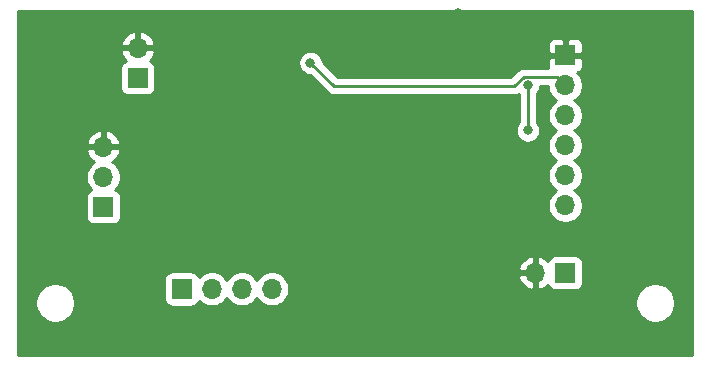
<source format=gbl>
G04 #@! TF.GenerationSoftware,KiCad,Pcbnew,(5.1.10)-1*
G04 #@! TF.CreationDate,2022-05-01T16:49:19-04:00*
G04 #@! TF.ProjectId,Hardware,48617264-7761-4726-952e-6b696361645f,rev?*
G04 #@! TF.SameCoordinates,Original*
G04 #@! TF.FileFunction,Copper,L2,Bot*
G04 #@! TF.FilePolarity,Positive*
%FSLAX46Y46*%
G04 Gerber Fmt 4.6, Leading zero omitted, Abs format (unit mm)*
G04 Created by KiCad (PCBNEW (5.1.10)-1) date 2022-05-01 16:49:19*
%MOMM*%
%LPD*%
G01*
G04 APERTURE LIST*
G04 #@! TA.AperFunction,ComponentPad*
%ADD10O,1.700000X1.700000*%
G04 #@! TD*
G04 #@! TA.AperFunction,ComponentPad*
%ADD11R,1.700000X1.700000*%
G04 #@! TD*
G04 #@! TA.AperFunction,ViaPad*
%ADD12C,0.800000*%
G04 #@! TD*
G04 #@! TA.AperFunction,Conductor*
%ADD13C,0.250000*%
G04 #@! TD*
G04 #@! TA.AperFunction,Conductor*
%ADD14C,0.254000*%
G04 #@! TD*
G04 #@! TA.AperFunction,Conductor*
%ADD15C,0.100000*%
G04 #@! TD*
G04 APERTURE END LIST*
D10*
G04 #@! TO.P,J7,3*
G04 #@! TO.N,GND*
X87884000Y-108712000D03*
G04 #@! TO.P,J7,2*
G04 #@! TO.N,/MTMS*
X87884000Y-111252000D03*
D11*
G04 #@! TO.P,J7,1*
G04 #@! TO.N,/VDD33*
X87884000Y-113792000D03*
G04 #@! TD*
G04 #@! TO.P,J1,1*
G04 #@! TO.N,/Boot_Option*
X127000000Y-119380000D03*
D10*
G04 #@! TO.P,J1,2*
G04 #@! TO.N,GND*
X124460000Y-119380000D03*
G04 #@! TD*
G04 #@! TO.P,J3,6*
G04 #@! TO.N,/Boot_Option*
X127000000Y-113665000D03*
G04 #@! TO.P,J3,5*
G04 #@! TO.N,/TXD*
X127000000Y-111125000D03*
G04 #@! TO.P,J3,4*
G04 #@! TO.N,/RXD*
X127000000Y-108585000D03*
G04 #@! TO.P,J3,3*
G04 #@! TO.N,N/C*
X127000000Y-106045000D03*
G04 #@! TO.P,J3,2*
G04 #@! TO.N,/EN*
X127000000Y-103505000D03*
D11*
G04 #@! TO.P,J3,1*
G04 #@! TO.N,GND*
X127000000Y-100965000D03*
G04 #@! TD*
D10*
G04 #@! TO.P,J4,2*
G04 #@! TO.N,GND*
X90805000Y-100330000D03*
D11*
G04 #@! TO.P,J4,1*
G04 #@! TO.N,/VDD33*
X90805000Y-102870000D03*
G04 #@! TD*
G04 #@! TO.P,J2,1*
G04 #@! TO.N,Net-(J2-Pad1)*
X94526100Y-120738900D03*
D10*
G04 #@! TO.P,J2,2*
G04 #@! TO.N,Net-(J2-Pad2)*
X97066100Y-120738900D03*
G04 #@! TO.P,J2,3*
G04 #@! TO.N,Net-(J2-Pad3)*
X99606100Y-120738900D03*
G04 #@! TO.P,J2,4*
G04 #@! TO.N,Net-(J2-Pad4)*
X102146100Y-120738900D03*
G04 #@! TD*
D12*
G04 #@! TO.N,GND*
X109855000Y-105410000D03*
X95885000Y-107315000D03*
X129540000Y-100330000D03*
X105689400Y-112585500D03*
X105194100Y-97790000D03*
X117894100Y-97383600D03*
X96608900Y-98590100D03*
G04 #@! TO.N,/TXD*
X123825000Y-103505000D03*
X123825000Y-107315000D03*
G04 #@! TO.N,/EN*
X105410000Y-101600000D03*
G04 #@! TD*
D13*
G04 #@! TO.N,/TXD*
X123825000Y-103505000D02*
X123825000Y-107315000D01*
G04 #@! TO.N,/EN*
X123476999Y-102779999D02*
X126274999Y-102779999D01*
X122661997Y-103595001D02*
X123476999Y-102779999D01*
X107405001Y-103595001D02*
X122661997Y-103595001D01*
X105410000Y-101600000D02*
X107405001Y-103595001D01*
X126274999Y-102779999D02*
X127000000Y-103505000D01*
G04 #@! TD*
D14*
G04 #@! TO.N,GND*
X137745001Y-126315000D02*
X80695000Y-126315000D01*
X80695000Y-121754042D01*
X82135000Y-121754042D01*
X82135000Y-122085958D01*
X82199754Y-122411496D01*
X82326772Y-122718147D01*
X82511175Y-122994125D01*
X82745875Y-123228825D01*
X83021853Y-123413228D01*
X83328504Y-123540246D01*
X83654042Y-123605000D01*
X83985958Y-123605000D01*
X84311496Y-123540246D01*
X84618147Y-123413228D01*
X84894125Y-123228825D01*
X85128825Y-122994125D01*
X85313228Y-122718147D01*
X85440246Y-122411496D01*
X85505000Y-122085958D01*
X85505000Y-121754042D01*
X85440246Y-121428504D01*
X85313228Y-121121853D01*
X85128825Y-120845875D01*
X84894125Y-120611175D01*
X84618147Y-120426772D01*
X84311496Y-120299754D01*
X83985958Y-120235000D01*
X83654042Y-120235000D01*
X83328504Y-120299754D01*
X83021853Y-120426772D01*
X82745875Y-120611175D01*
X82511175Y-120845875D01*
X82326772Y-121121853D01*
X82199754Y-121428504D01*
X82135000Y-121754042D01*
X80695000Y-121754042D01*
X80695000Y-119888900D01*
X93038028Y-119888900D01*
X93038028Y-121588900D01*
X93050288Y-121713382D01*
X93086598Y-121833080D01*
X93145563Y-121943394D01*
X93224915Y-122040085D01*
X93321606Y-122119437D01*
X93431920Y-122178402D01*
X93551618Y-122214712D01*
X93676100Y-122226972D01*
X95376100Y-122226972D01*
X95500582Y-122214712D01*
X95620280Y-122178402D01*
X95730594Y-122119437D01*
X95827285Y-122040085D01*
X95906637Y-121943394D01*
X95965602Y-121833080D01*
X95987613Y-121760520D01*
X96119468Y-121892375D01*
X96362689Y-122054890D01*
X96632942Y-122166832D01*
X96919840Y-122223900D01*
X97212360Y-122223900D01*
X97499258Y-122166832D01*
X97769511Y-122054890D01*
X98012732Y-121892375D01*
X98219575Y-121685532D01*
X98336100Y-121511140D01*
X98452625Y-121685532D01*
X98659468Y-121892375D01*
X98902689Y-122054890D01*
X99172942Y-122166832D01*
X99459840Y-122223900D01*
X99752360Y-122223900D01*
X100039258Y-122166832D01*
X100309511Y-122054890D01*
X100552732Y-121892375D01*
X100759575Y-121685532D01*
X100876100Y-121511140D01*
X100992625Y-121685532D01*
X101199468Y-121892375D01*
X101442689Y-122054890D01*
X101712942Y-122166832D01*
X101999840Y-122223900D01*
X102292360Y-122223900D01*
X102579258Y-122166832D01*
X102849511Y-122054890D01*
X103092732Y-121892375D01*
X103231065Y-121754042D01*
X132935000Y-121754042D01*
X132935000Y-122085958D01*
X132999754Y-122411496D01*
X133126772Y-122718147D01*
X133311175Y-122994125D01*
X133545875Y-123228825D01*
X133821853Y-123413228D01*
X134128504Y-123540246D01*
X134454042Y-123605000D01*
X134785958Y-123605000D01*
X135111496Y-123540246D01*
X135418147Y-123413228D01*
X135694125Y-123228825D01*
X135928825Y-122994125D01*
X136113228Y-122718147D01*
X136240246Y-122411496D01*
X136305000Y-122085958D01*
X136305000Y-121754042D01*
X136240246Y-121428504D01*
X136113228Y-121121853D01*
X135928825Y-120845875D01*
X135694125Y-120611175D01*
X135418147Y-120426772D01*
X135111496Y-120299754D01*
X134785958Y-120235000D01*
X134454042Y-120235000D01*
X134128504Y-120299754D01*
X133821853Y-120426772D01*
X133545875Y-120611175D01*
X133311175Y-120845875D01*
X133126772Y-121121853D01*
X132999754Y-121428504D01*
X132935000Y-121754042D01*
X103231065Y-121754042D01*
X103299575Y-121685532D01*
X103462090Y-121442311D01*
X103574032Y-121172058D01*
X103631100Y-120885160D01*
X103631100Y-120592640D01*
X103574032Y-120305742D01*
X103462090Y-120035489D01*
X103299575Y-119792268D01*
X103244198Y-119736891D01*
X123018519Y-119736891D01*
X123115843Y-120011252D01*
X123264822Y-120261355D01*
X123459731Y-120477588D01*
X123693080Y-120651641D01*
X123955901Y-120776825D01*
X124103110Y-120821476D01*
X124333000Y-120700155D01*
X124333000Y-119507000D01*
X123139186Y-119507000D01*
X123018519Y-119736891D01*
X103244198Y-119736891D01*
X103092732Y-119585425D01*
X102849511Y-119422910D01*
X102579258Y-119310968D01*
X102292360Y-119253900D01*
X101999840Y-119253900D01*
X101712942Y-119310968D01*
X101442689Y-119422910D01*
X101199468Y-119585425D01*
X100992625Y-119792268D01*
X100876100Y-119966660D01*
X100759575Y-119792268D01*
X100552732Y-119585425D01*
X100309511Y-119422910D01*
X100039258Y-119310968D01*
X99752360Y-119253900D01*
X99459840Y-119253900D01*
X99172942Y-119310968D01*
X98902689Y-119422910D01*
X98659468Y-119585425D01*
X98452625Y-119792268D01*
X98336100Y-119966660D01*
X98219575Y-119792268D01*
X98012732Y-119585425D01*
X97769511Y-119422910D01*
X97499258Y-119310968D01*
X97212360Y-119253900D01*
X96919840Y-119253900D01*
X96632942Y-119310968D01*
X96362689Y-119422910D01*
X96119468Y-119585425D01*
X95987613Y-119717280D01*
X95965602Y-119644720D01*
X95906637Y-119534406D01*
X95827285Y-119437715D01*
X95730594Y-119358363D01*
X95620280Y-119299398D01*
X95500582Y-119263088D01*
X95376100Y-119250828D01*
X93676100Y-119250828D01*
X93551618Y-119263088D01*
X93431920Y-119299398D01*
X93321606Y-119358363D01*
X93224915Y-119437715D01*
X93145563Y-119534406D01*
X93086598Y-119644720D01*
X93050288Y-119764418D01*
X93038028Y-119888900D01*
X80695000Y-119888900D01*
X80695000Y-119023109D01*
X123018519Y-119023109D01*
X123139186Y-119253000D01*
X124333000Y-119253000D01*
X124333000Y-118059845D01*
X124587000Y-118059845D01*
X124587000Y-119253000D01*
X124607000Y-119253000D01*
X124607000Y-119507000D01*
X124587000Y-119507000D01*
X124587000Y-120700155D01*
X124816890Y-120821476D01*
X124964099Y-120776825D01*
X125226920Y-120651641D01*
X125460269Y-120477588D01*
X125536034Y-120393534D01*
X125560498Y-120474180D01*
X125619463Y-120584494D01*
X125698815Y-120681185D01*
X125795506Y-120760537D01*
X125905820Y-120819502D01*
X126025518Y-120855812D01*
X126150000Y-120868072D01*
X127850000Y-120868072D01*
X127974482Y-120855812D01*
X128094180Y-120819502D01*
X128204494Y-120760537D01*
X128301185Y-120681185D01*
X128380537Y-120584494D01*
X128439502Y-120474180D01*
X128475812Y-120354482D01*
X128488072Y-120230000D01*
X128488072Y-118530000D01*
X128475812Y-118405518D01*
X128439502Y-118285820D01*
X128380537Y-118175506D01*
X128301185Y-118078815D01*
X128204494Y-117999463D01*
X128094180Y-117940498D01*
X127974482Y-117904188D01*
X127850000Y-117891928D01*
X126150000Y-117891928D01*
X126025518Y-117904188D01*
X125905820Y-117940498D01*
X125795506Y-117999463D01*
X125698815Y-118078815D01*
X125619463Y-118175506D01*
X125560498Y-118285820D01*
X125536034Y-118366466D01*
X125460269Y-118282412D01*
X125226920Y-118108359D01*
X124964099Y-117983175D01*
X124816890Y-117938524D01*
X124587000Y-118059845D01*
X124333000Y-118059845D01*
X124103110Y-117938524D01*
X123955901Y-117983175D01*
X123693080Y-118108359D01*
X123459731Y-118282412D01*
X123264822Y-118498645D01*
X123115843Y-118748748D01*
X123018519Y-119023109D01*
X80695000Y-119023109D01*
X80695000Y-112942000D01*
X86395928Y-112942000D01*
X86395928Y-114642000D01*
X86408188Y-114766482D01*
X86444498Y-114886180D01*
X86503463Y-114996494D01*
X86582815Y-115093185D01*
X86679506Y-115172537D01*
X86789820Y-115231502D01*
X86909518Y-115267812D01*
X87034000Y-115280072D01*
X88734000Y-115280072D01*
X88858482Y-115267812D01*
X88978180Y-115231502D01*
X89088494Y-115172537D01*
X89185185Y-115093185D01*
X89264537Y-114996494D01*
X89323502Y-114886180D01*
X89359812Y-114766482D01*
X89372072Y-114642000D01*
X89372072Y-112942000D01*
X89359812Y-112817518D01*
X89323502Y-112697820D01*
X89264537Y-112587506D01*
X89185185Y-112490815D01*
X89088494Y-112411463D01*
X88978180Y-112352498D01*
X88905620Y-112330487D01*
X89037475Y-112198632D01*
X89199990Y-111955411D01*
X89311932Y-111685158D01*
X89369000Y-111398260D01*
X89369000Y-111105740D01*
X89311932Y-110818842D01*
X89199990Y-110548589D01*
X89037475Y-110305368D01*
X88830632Y-110098525D01*
X88648466Y-109976805D01*
X88765355Y-109907178D01*
X88981588Y-109712269D01*
X89155641Y-109478920D01*
X89280825Y-109216099D01*
X89325476Y-109068890D01*
X89204155Y-108839000D01*
X88011000Y-108839000D01*
X88011000Y-108859000D01*
X87757000Y-108859000D01*
X87757000Y-108839000D01*
X86563845Y-108839000D01*
X86442524Y-109068890D01*
X86487175Y-109216099D01*
X86612359Y-109478920D01*
X86786412Y-109712269D01*
X87002645Y-109907178D01*
X87119534Y-109976805D01*
X86937368Y-110098525D01*
X86730525Y-110305368D01*
X86568010Y-110548589D01*
X86456068Y-110818842D01*
X86399000Y-111105740D01*
X86399000Y-111398260D01*
X86456068Y-111685158D01*
X86568010Y-111955411D01*
X86730525Y-112198632D01*
X86862380Y-112330487D01*
X86789820Y-112352498D01*
X86679506Y-112411463D01*
X86582815Y-112490815D01*
X86503463Y-112587506D01*
X86444498Y-112697820D01*
X86408188Y-112817518D01*
X86395928Y-112942000D01*
X80695000Y-112942000D01*
X80695000Y-108355110D01*
X86442524Y-108355110D01*
X86563845Y-108585000D01*
X87757000Y-108585000D01*
X87757000Y-107391186D01*
X88011000Y-107391186D01*
X88011000Y-108585000D01*
X89204155Y-108585000D01*
X89325476Y-108355110D01*
X89280825Y-108207901D01*
X89155641Y-107945080D01*
X88981588Y-107711731D01*
X88765355Y-107516822D01*
X88515252Y-107367843D01*
X88240891Y-107270519D01*
X88011000Y-107391186D01*
X87757000Y-107391186D01*
X87527109Y-107270519D01*
X87252748Y-107367843D01*
X87002645Y-107516822D01*
X86786412Y-107711731D01*
X86612359Y-107945080D01*
X86487175Y-108207901D01*
X86442524Y-108355110D01*
X80695000Y-108355110D01*
X80695000Y-102020000D01*
X89316928Y-102020000D01*
X89316928Y-103720000D01*
X89329188Y-103844482D01*
X89365498Y-103964180D01*
X89424463Y-104074494D01*
X89503815Y-104171185D01*
X89600506Y-104250537D01*
X89710820Y-104309502D01*
X89830518Y-104345812D01*
X89955000Y-104358072D01*
X91655000Y-104358072D01*
X91779482Y-104345812D01*
X91899180Y-104309502D01*
X92009494Y-104250537D01*
X92106185Y-104171185D01*
X92185537Y-104074494D01*
X92244502Y-103964180D01*
X92280812Y-103844482D01*
X92293072Y-103720000D01*
X92293072Y-102020000D01*
X92280812Y-101895518D01*
X92244502Y-101775820D01*
X92185537Y-101665506D01*
X92106185Y-101568815D01*
X92019971Y-101498061D01*
X104375000Y-101498061D01*
X104375000Y-101701939D01*
X104414774Y-101901898D01*
X104492795Y-102090256D01*
X104606063Y-102259774D01*
X104750226Y-102403937D01*
X104919744Y-102517205D01*
X105108102Y-102595226D01*
X105308061Y-102635000D01*
X105370198Y-102635000D01*
X106841206Y-104106009D01*
X106865000Y-104135002D01*
X106893993Y-104158796D01*
X106893997Y-104158800D01*
X106954449Y-104208411D01*
X106980725Y-104229975D01*
X107112754Y-104300547D01*
X107256015Y-104344004D01*
X107367668Y-104355001D01*
X107367677Y-104355001D01*
X107405000Y-104358677D01*
X107442323Y-104355001D01*
X122624675Y-104355001D01*
X122661997Y-104358677D01*
X122699319Y-104355001D01*
X122699330Y-104355001D01*
X122810983Y-104344004D01*
X122954244Y-104300547D01*
X123065000Y-104241346D01*
X123065001Y-106611288D01*
X123021063Y-106655226D01*
X122907795Y-106824744D01*
X122829774Y-107013102D01*
X122790000Y-107213061D01*
X122790000Y-107416939D01*
X122829774Y-107616898D01*
X122907795Y-107805256D01*
X123021063Y-107974774D01*
X123165226Y-108118937D01*
X123334744Y-108232205D01*
X123523102Y-108310226D01*
X123723061Y-108350000D01*
X123926939Y-108350000D01*
X124126898Y-108310226D01*
X124315256Y-108232205D01*
X124484774Y-108118937D01*
X124628937Y-107974774D01*
X124742205Y-107805256D01*
X124820226Y-107616898D01*
X124860000Y-107416939D01*
X124860000Y-107213061D01*
X124820226Y-107013102D01*
X124742205Y-106824744D01*
X124628937Y-106655226D01*
X124585000Y-106611289D01*
X124585000Y-104208711D01*
X124628937Y-104164774D01*
X124742205Y-103995256D01*
X124820226Y-103806898D01*
X124860000Y-103606939D01*
X124860000Y-103539999D01*
X125515000Y-103539999D01*
X125515000Y-103651260D01*
X125572068Y-103938158D01*
X125684010Y-104208411D01*
X125846525Y-104451632D01*
X126053368Y-104658475D01*
X126227760Y-104775000D01*
X126053368Y-104891525D01*
X125846525Y-105098368D01*
X125684010Y-105341589D01*
X125572068Y-105611842D01*
X125515000Y-105898740D01*
X125515000Y-106191260D01*
X125572068Y-106478158D01*
X125684010Y-106748411D01*
X125846525Y-106991632D01*
X126053368Y-107198475D01*
X126227760Y-107315000D01*
X126053368Y-107431525D01*
X125846525Y-107638368D01*
X125684010Y-107881589D01*
X125572068Y-108151842D01*
X125515000Y-108438740D01*
X125515000Y-108731260D01*
X125572068Y-109018158D01*
X125684010Y-109288411D01*
X125846525Y-109531632D01*
X126053368Y-109738475D01*
X126227760Y-109855000D01*
X126053368Y-109971525D01*
X125846525Y-110178368D01*
X125684010Y-110421589D01*
X125572068Y-110691842D01*
X125515000Y-110978740D01*
X125515000Y-111271260D01*
X125572068Y-111558158D01*
X125684010Y-111828411D01*
X125846525Y-112071632D01*
X126053368Y-112278475D01*
X126227760Y-112395000D01*
X126053368Y-112511525D01*
X125846525Y-112718368D01*
X125684010Y-112961589D01*
X125572068Y-113231842D01*
X125515000Y-113518740D01*
X125515000Y-113811260D01*
X125572068Y-114098158D01*
X125684010Y-114368411D01*
X125846525Y-114611632D01*
X126053368Y-114818475D01*
X126296589Y-114980990D01*
X126566842Y-115092932D01*
X126853740Y-115150000D01*
X127146260Y-115150000D01*
X127433158Y-115092932D01*
X127703411Y-114980990D01*
X127946632Y-114818475D01*
X128153475Y-114611632D01*
X128315990Y-114368411D01*
X128427932Y-114098158D01*
X128485000Y-113811260D01*
X128485000Y-113518740D01*
X128427932Y-113231842D01*
X128315990Y-112961589D01*
X128153475Y-112718368D01*
X127946632Y-112511525D01*
X127772240Y-112395000D01*
X127946632Y-112278475D01*
X128153475Y-112071632D01*
X128315990Y-111828411D01*
X128427932Y-111558158D01*
X128485000Y-111271260D01*
X128485000Y-110978740D01*
X128427932Y-110691842D01*
X128315990Y-110421589D01*
X128153475Y-110178368D01*
X127946632Y-109971525D01*
X127772240Y-109855000D01*
X127946632Y-109738475D01*
X128153475Y-109531632D01*
X128315990Y-109288411D01*
X128427932Y-109018158D01*
X128485000Y-108731260D01*
X128485000Y-108438740D01*
X128427932Y-108151842D01*
X128315990Y-107881589D01*
X128153475Y-107638368D01*
X127946632Y-107431525D01*
X127772240Y-107315000D01*
X127946632Y-107198475D01*
X128153475Y-106991632D01*
X128315990Y-106748411D01*
X128427932Y-106478158D01*
X128485000Y-106191260D01*
X128485000Y-105898740D01*
X128427932Y-105611842D01*
X128315990Y-105341589D01*
X128153475Y-105098368D01*
X127946632Y-104891525D01*
X127772240Y-104775000D01*
X127946632Y-104658475D01*
X128153475Y-104451632D01*
X128315990Y-104208411D01*
X128427932Y-103938158D01*
X128485000Y-103651260D01*
X128485000Y-103358740D01*
X128427932Y-103071842D01*
X128315990Y-102801589D01*
X128153475Y-102558368D01*
X128021620Y-102426513D01*
X128094180Y-102404502D01*
X128204494Y-102345537D01*
X128301185Y-102266185D01*
X128380537Y-102169494D01*
X128439502Y-102059180D01*
X128475812Y-101939482D01*
X128488072Y-101815000D01*
X128485000Y-101250750D01*
X128326250Y-101092000D01*
X127127000Y-101092000D01*
X127127000Y-101112000D01*
X126873000Y-101112000D01*
X126873000Y-101092000D01*
X125673750Y-101092000D01*
X125515000Y-101250750D01*
X125511928Y-101815000D01*
X125524188Y-101939482D01*
X125548613Y-102019999D01*
X123514322Y-102019999D01*
X123476999Y-102016323D01*
X123439676Y-102019999D01*
X123439666Y-102019999D01*
X123328013Y-102030996D01*
X123184752Y-102074453D01*
X123052722Y-102145025D01*
X123022907Y-102169494D01*
X122936998Y-102239998D01*
X122913200Y-102268997D01*
X122347196Y-102835001D01*
X107719804Y-102835001D01*
X106445000Y-101560198D01*
X106445000Y-101498061D01*
X106405226Y-101298102D01*
X106327205Y-101109744D01*
X106213937Y-100940226D01*
X106069774Y-100796063D01*
X105900256Y-100682795D01*
X105711898Y-100604774D01*
X105511939Y-100565000D01*
X105308061Y-100565000D01*
X105108102Y-100604774D01*
X104919744Y-100682795D01*
X104750226Y-100796063D01*
X104606063Y-100940226D01*
X104492795Y-101109744D01*
X104414774Y-101298102D01*
X104375000Y-101498061D01*
X92019971Y-101498061D01*
X92009494Y-101489463D01*
X91899180Y-101430498D01*
X91818534Y-101406034D01*
X91902588Y-101330269D01*
X92076641Y-101096920D01*
X92201825Y-100834099D01*
X92246476Y-100686890D01*
X92125155Y-100457000D01*
X90932000Y-100457000D01*
X90932000Y-100477000D01*
X90678000Y-100477000D01*
X90678000Y-100457000D01*
X89484845Y-100457000D01*
X89363524Y-100686890D01*
X89408175Y-100834099D01*
X89533359Y-101096920D01*
X89707412Y-101330269D01*
X89791466Y-101406034D01*
X89710820Y-101430498D01*
X89600506Y-101489463D01*
X89503815Y-101568815D01*
X89424463Y-101665506D01*
X89365498Y-101775820D01*
X89329188Y-101895518D01*
X89316928Y-102020000D01*
X80695000Y-102020000D01*
X80695000Y-99973110D01*
X89363524Y-99973110D01*
X89484845Y-100203000D01*
X90678000Y-100203000D01*
X90678000Y-99009186D01*
X90932000Y-99009186D01*
X90932000Y-100203000D01*
X92125155Y-100203000D01*
X92171595Y-100115000D01*
X125511928Y-100115000D01*
X125515000Y-100679250D01*
X125673750Y-100838000D01*
X126873000Y-100838000D01*
X126873000Y-99638750D01*
X127127000Y-99638750D01*
X127127000Y-100838000D01*
X128326250Y-100838000D01*
X128485000Y-100679250D01*
X128488072Y-100115000D01*
X128475812Y-99990518D01*
X128439502Y-99870820D01*
X128380537Y-99760506D01*
X128301185Y-99663815D01*
X128204494Y-99584463D01*
X128094180Y-99525498D01*
X127974482Y-99489188D01*
X127850000Y-99476928D01*
X127285750Y-99480000D01*
X127127000Y-99638750D01*
X126873000Y-99638750D01*
X126714250Y-99480000D01*
X126150000Y-99476928D01*
X126025518Y-99489188D01*
X125905820Y-99525498D01*
X125795506Y-99584463D01*
X125698815Y-99663815D01*
X125619463Y-99760506D01*
X125560498Y-99870820D01*
X125524188Y-99990518D01*
X125511928Y-100115000D01*
X92171595Y-100115000D01*
X92246476Y-99973110D01*
X92201825Y-99825901D01*
X92076641Y-99563080D01*
X91902588Y-99329731D01*
X91686355Y-99134822D01*
X91436252Y-98985843D01*
X91161891Y-98888519D01*
X90932000Y-99009186D01*
X90678000Y-99009186D01*
X90448109Y-98888519D01*
X90173748Y-98985843D01*
X89923645Y-99134822D01*
X89707412Y-99329731D01*
X89533359Y-99563080D01*
X89408175Y-99825901D01*
X89363524Y-99973110D01*
X80695000Y-99973110D01*
X80695000Y-97205000D01*
X137745000Y-97205000D01*
X137745001Y-126315000D01*
G04 #@! TA.AperFunction,Conductor*
D15*
G36*
X137745001Y-126315000D02*
G01*
X80695000Y-126315000D01*
X80695000Y-121754042D01*
X82135000Y-121754042D01*
X82135000Y-122085958D01*
X82199754Y-122411496D01*
X82326772Y-122718147D01*
X82511175Y-122994125D01*
X82745875Y-123228825D01*
X83021853Y-123413228D01*
X83328504Y-123540246D01*
X83654042Y-123605000D01*
X83985958Y-123605000D01*
X84311496Y-123540246D01*
X84618147Y-123413228D01*
X84894125Y-123228825D01*
X85128825Y-122994125D01*
X85313228Y-122718147D01*
X85440246Y-122411496D01*
X85505000Y-122085958D01*
X85505000Y-121754042D01*
X85440246Y-121428504D01*
X85313228Y-121121853D01*
X85128825Y-120845875D01*
X84894125Y-120611175D01*
X84618147Y-120426772D01*
X84311496Y-120299754D01*
X83985958Y-120235000D01*
X83654042Y-120235000D01*
X83328504Y-120299754D01*
X83021853Y-120426772D01*
X82745875Y-120611175D01*
X82511175Y-120845875D01*
X82326772Y-121121853D01*
X82199754Y-121428504D01*
X82135000Y-121754042D01*
X80695000Y-121754042D01*
X80695000Y-119888900D01*
X93038028Y-119888900D01*
X93038028Y-121588900D01*
X93050288Y-121713382D01*
X93086598Y-121833080D01*
X93145563Y-121943394D01*
X93224915Y-122040085D01*
X93321606Y-122119437D01*
X93431920Y-122178402D01*
X93551618Y-122214712D01*
X93676100Y-122226972D01*
X95376100Y-122226972D01*
X95500582Y-122214712D01*
X95620280Y-122178402D01*
X95730594Y-122119437D01*
X95827285Y-122040085D01*
X95906637Y-121943394D01*
X95965602Y-121833080D01*
X95987613Y-121760520D01*
X96119468Y-121892375D01*
X96362689Y-122054890D01*
X96632942Y-122166832D01*
X96919840Y-122223900D01*
X97212360Y-122223900D01*
X97499258Y-122166832D01*
X97769511Y-122054890D01*
X98012732Y-121892375D01*
X98219575Y-121685532D01*
X98336100Y-121511140D01*
X98452625Y-121685532D01*
X98659468Y-121892375D01*
X98902689Y-122054890D01*
X99172942Y-122166832D01*
X99459840Y-122223900D01*
X99752360Y-122223900D01*
X100039258Y-122166832D01*
X100309511Y-122054890D01*
X100552732Y-121892375D01*
X100759575Y-121685532D01*
X100876100Y-121511140D01*
X100992625Y-121685532D01*
X101199468Y-121892375D01*
X101442689Y-122054890D01*
X101712942Y-122166832D01*
X101999840Y-122223900D01*
X102292360Y-122223900D01*
X102579258Y-122166832D01*
X102849511Y-122054890D01*
X103092732Y-121892375D01*
X103231065Y-121754042D01*
X132935000Y-121754042D01*
X132935000Y-122085958D01*
X132999754Y-122411496D01*
X133126772Y-122718147D01*
X133311175Y-122994125D01*
X133545875Y-123228825D01*
X133821853Y-123413228D01*
X134128504Y-123540246D01*
X134454042Y-123605000D01*
X134785958Y-123605000D01*
X135111496Y-123540246D01*
X135418147Y-123413228D01*
X135694125Y-123228825D01*
X135928825Y-122994125D01*
X136113228Y-122718147D01*
X136240246Y-122411496D01*
X136305000Y-122085958D01*
X136305000Y-121754042D01*
X136240246Y-121428504D01*
X136113228Y-121121853D01*
X135928825Y-120845875D01*
X135694125Y-120611175D01*
X135418147Y-120426772D01*
X135111496Y-120299754D01*
X134785958Y-120235000D01*
X134454042Y-120235000D01*
X134128504Y-120299754D01*
X133821853Y-120426772D01*
X133545875Y-120611175D01*
X133311175Y-120845875D01*
X133126772Y-121121853D01*
X132999754Y-121428504D01*
X132935000Y-121754042D01*
X103231065Y-121754042D01*
X103299575Y-121685532D01*
X103462090Y-121442311D01*
X103574032Y-121172058D01*
X103631100Y-120885160D01*
X103631100Y-120592640D01*
X103574032Y-120305742D01*
X103462090Y-120035489D01*
X103299575Y-119792268D01*
X103244198Y-119736891D01*
X123018519Y-119736891D01*
X123115843Y-120011252D01*
X123264822Y-120261355D01*
X123459731Y-120477588D01*
X123693080Y-120651641D01*
X123955901Y-120776825D01*
X124103110Y-120821476D01*
X124333000Y-120700155D01*
X124333000Y-119507000D01*
X123139186Y-119507000D01*
X123018519Y-119736891D01*
X103244198Y-119736891D01*
X103092732Y-119585425D01*
X102849511Y-119422910D01*
X102579258Y-119310968D01*
X102292360Y-119253900D01*
X101999840Y-119253900D01*
X101712942Y-119310968D01*
X101442689Y-119422910D01*
X101199468Y-119585425D01*
X100992625Y-119792268D01*
X100876100Y-119966660D01*
X100759575Y-119792268D01*
X100552732Y-119585425D01*
X100309511Y-119422910D01*
X100039258Y-119310968D01*
X99752360Y-119253900D01*
X99459840Y-119253900D01*
X99172942Y-119310968D01*
X98902689Y-119422910D01*
X98659468Y-119585425D01*
X98452625Y-119792268D01*
X98336100Y-119966660D01*
X98219575Y-119792268D01*
X98012732Y-119585425D01*
X97769511Y-119422910D01*
X97499258Y-119310968D01*
X97212360Y-119253900D01*
X96919840Y-119253900D01*
X96632942Y-119310968D01*
X96362689Y-119422910D01*
X96119468Y-119585425D01*
X95987613Y-119717280D01*
X95965602Y-119644720D01*
X95906637Y-119534406D01*
X95827285Y-119437715D01*
X95730594Y-119358363D01*
X95620280Y-119299398D01*
X95500582Y-119263088D01*
X95376100Y-119250828D01*
X93676100Y-119250828D01*
X93551618Y-119263088D01*
X93431920Y-119299398D01*
X93321606Y-119358363D01*
X93224915Y-119437715D01*
X93145563Y-119534406D01*
X93086598Y-119644720D01*
X93050288Y-119764418D01*
X93038028Y-119888900D01*
X80695000Y-119888900D01*
X80695000Y-119023109D01*
X123018519Y-119023109D01*
X123139186Y-119253000D01*
X124333000Y-119253000D01*
X124333000Y-118059845D01*
X124587000Y-118059845D01*
X124587000Y-119253000D01*
X124607000Y-119253000D01*
X124607000Y-119507000D01*
X124587000Y-119507000D01*
X124587000Y-120700155D01*
X124816890Y-120821476D01*
X124964099Y-120776825D01*
X125226920Y-120651641D01*
X125460269Y-120477588D01*
X125536034Y-120393534D01*
X125560498Y-120474180D01*
X125619463Y-120584494D01*
X125698815Y-120681185D01*
X125795506Y-120760537D01*
X125905820Y-120819502D01*
X126025518Y-120855812D01*
X126150000Y-120868072D01*
X127850000Y-120868072D01*
X127974482Y-120855812D01*
X128094180Y-120819502D01*
X128204494Y-120760537D01*
X128301185Y-120681185D01*
X128380537Y-120584494D01*
X128439502Y-120474180D01*
X128475812Y-120354482D01*
X128488072Y-120230000D01*
X128488072Y-118530000D01*
X128475812Y-118405518D01*
X128439502Y-118285820D01*
X128380537Y-118175506D01*
X128301185Y-118078815D01*
X128204494Y-117999463D01*
X128094180Y-117940498D01*
X127974482Y-117904188D01*
X127850000Y-117891928D01*
X126150000Y-117891928D01*
X126025518Y-117904188D01*
X125905820Y-117940498D01*
X125795506Y-117999463D01*
X125698815Y-118078815D01*
X125619463Y-118175506D01*
X125560498Y-118285820D01*
X125536034Y-118366466D01*
X125460269Y-118282412D01*
X125226920Y-118108359D01*
X124964099Y-117983175D01*
X124816890Y-117938524D01*
X124587000Y-118059845D01*
X124333000Y-118059845D01*
X124103110Y-117938524D01*
X123955901Y-117983175D01*
X123693080Y-118108359D01*
X123459731Y-118282412D01*
X123264822Y-118498645D01*
X123115843Y-118748748D01*
X123018519Y-119023109D01*
X80695000Y-119023109D01*
X80695000Y-112942000D01*
X86395928Y-112942000D01*
X86395928Y-114642000D01*
X86408188Y-114766482D01*
X86444498Y-114886180D01*
X86503463Y-114996494D01*
X86582815Y-115093185D01*
X86679506Y-115172537D01*
X86789820Y-115231502D01*
X86909518Y-115267812D01*
X87034000Y-115280072D01*
X88734000Y-115280072D01*
X88858482Y-115267812D01*
X88978180Y-115231502D01*
X89088494Y-115172537D01*
X89185185Y-115093185D01*
X89264537Y-114996494D01*
X89323502Y-114886180D01*
X89359812Y-114766482D01*
X89372072Y-114642000D01*
X89372072Y-112942000D01*
X89359812Y-112817518D01*
X89323502Y-112697820D01*
X89264537Y-112587506D01*
X89185185Y-112490815D01*
X89088494Y-112411463D01*
X88978180Y-112352498D01*
X88905620Y-112330487D01*
X89037475Y-112198632D01*
X89199990Y-111955411D01*
X89311932Y-111685158D01*
X89369000Y-111398260D01*
X89369000Y-111105740D01*
X89311932Y-110818842D01*
X89199990Y-110548589D01*
X89037475Y-110305368D01*
X88830632Y-110098525D01*
X88648466Y-109976805D01*
X88765355Y-109907178D01*
X88981588Y-109712269D01*
X89155641Y-109478920D01*
X89280825Y-109216099D01*
X89325476Y-109068890D01*
X89204155Y-108839000D01*
X88011000Y-108839000D01*
X88011000Y-108859000D01*
X87757000Y-108859000D01*
X87757000Y-108839000D01*
X86563845Y-108839000D01*
X86442524Y-109068890D01*
X86487175Y-109216099D01*
X86612359Y-109478920D01*
X86786412Y-109712269D01*
X87002645Y-109907178D01*
X87119534Y-109976805D01*
X86937368Y-110098525D01*
X86730525Y-110305368D01*
X86568010Y-110548589D01*
X86456068Y-110818842D01*
X86399000Y-111105740D01*
X86399000Y-111398260D01*
X86456068Y-111685158D01*
X86568010Y-111955411D01*
X86730525Y-112198632D01*
X86862380Y-112330487D01*
X86789820Y-112352498D01*
X86679506Y-112411463D01*
X86582815Y-112490815D01*
X86503463Y-112587506D01*
X86444498Y-112697820D01*
X86408188Y-112817518D01*
X86395928Y-112942000D01*
X80695000Y-112942000D01*
X80695000Y-108355110D01*
X86442524Y-108355110D01*
X86563845Y-108585000D01*
X87757000Y-108585000D01*
X87757000Y-107391186D01*
X88011000Y-107391186D01*
X88011000Y-108585000D01*
X89204155Y-108585000D01*
X89325476Y-108355110D01*
X89280825Y-108207901D01*
X89155641Y-107945080D01*
X88981588Y-107711731D01*
X88765355Y-107516822D01*
X88515252Y-107367843D01*
X88240891Y-107270519D01*
X88011000Y-107391186D01*
X87757000Y-107391186D01*
X87527109Y-107270519D01*
X87252748Y-107367843D01*
X87002645Y-107516822D01*
X86786412Y-107711731D01*
X86612359Y-107945080D01*
X86487175Y-108207901D01*
X86442524Y-108355110D01*
X80695000Y-108355110D01*
X80695000Y-102020000D01*
X89316928Y-102020000D01*
X89316928Y-103720000D01*
X89329188Y-103844482D01*
X89365498Y-103964180D01*
X89424463Y-104074494D01*
X89503815Y-104171185D01*
X89600506Y-104250537D01*
X89710820Y-104309502D01*
X89830518Y-104345812D01*
X89955000Y-104358072D01*
X91655000Y-104358072D01*
X91779482Y-104345812D01*
X91899180Y-104309502D01*
X92009494Y-104250537D01*
X92106185Y-104171185D01*
X92185537Y-104074494D01*
X92244502Y-103964180D01*
X92280812Y-103844482D01*
X92293072Y-103720000D01*
X92293072Y-102020000D01*
X92280812Y-101895518D01*
X92244502Y-101775820D01*
X92185537Y-101665506D01*
X92106185Y-101568815D01*
X92019971Y-101498061D01*
X104375000Y-101498061D01*
X104375000Y-101701939D01*
X104414774Y-101901898D01*
X104492795Y-102090256D01*
X104606063Y-102259774D01*
X104750226Y-102403937D01*
X104919744Y-102517205D01*
X105108102Y-102595226D01*
X105308061Y-102635000D01*
X105370198Y-102635000D01*
X106841206Y-104106009D01*
X106865000Y-104135002D01*
X106893993Y-104158796D01*
X106893997Y-104158800D01*
X106954449Y-104208411D01*
X106980725Y-104229975D01*
X107112754Y-104300547D01*
X107256015Y-104344004D01*
X107367668Y-104355001D01*
X107367677Y-104355001D01*
X107405000Y-104358677D01*
X107442323Y-104355001D01*
X122624675Y-104355001D01*
X122661997Y-104358677D01*
X122699319Y-104355001D01*
X122699330Y-104355001D01*
X122810983Y-104344004D01*
X122954244Y-104300547D01*
X123065000Y-104241346D01*
X123065001Y-106611288D01*
X123021063Y-106655226D01*
X122907795Y-106824744D01*
X122829774Y-107013102D01*
X122790000Y-107213061D01*
X122790000Y-107416939D01*
X122829774Y-107616898D01*
X122907795Y-107805256D01*
X123021063Y-107974774D01*
X123165226Y-108118937D01*
X123334744Y-108232205D01*
X123523102Y-108310226D01*
X123723061Y-108350000D01*
X123926939Y-108350000D01*
X124126898Y-108310226D01*
X124315256Y-108232205D01*
X124484774Y-108118937D01*
X124628937Y-107974774D01*
X124742205Y-107805256D01*
X124820226Y-107616898D01*
X124860000Y-107416939D01*
X124860000Y-107213061D01*
X124820226Y-107013102D01*
X124742205Y-106824744D01*
X124628937Y-106655226D01*
X124585000Y-106611289D01*
X124585000Y-104208711D01*
X124628937Y-104164774D01*
X124742205Y-103995256D01*
X124820226Y-103806898D01*
X124860000Y-103606939D01*
X124860000Y-103539999D01*
X125515000Y-103539999D01*
X125515000Y-103651260D01*
X125572068Y-103938158D01*
X125684010Y-104208411D01*
X125846525Y-104451632D01*
X126053368Y-104658475D01*
X126227760Y-104775000D01*
X126053368Y-104891525D01*
X125846525Y-105098368D01*
X125684010Y-105341589D01*
X125572068Y-105611842D01*
X125515000Y-105898740D01*
X125515000Y-106191260D01*
X125572068Y-106478158D01*
X125684010Y-106748411D01*
X125846525Y-106991632D01*
X126053368Y-107198475D01*
X126227760Y-107315000D01*
X126053368Y-107431525D01*
X125846525Y-107638368D01*
X125684010Y-107881589D01*
X125572068Y-108151842D01*
X125515000Y-108438740D01*
X125515000Y-108731260D01*
X125572068Y-109018158D01*
X125684010Y-109288411D01*
X125846525Y-109531632D01*
X126053368Y-109738475D01*
X126227760Y-109855000D01*
X126053368Y-109971525D01*
X125846525Y-110178368D01*
X125684010Y-110421589D01*
X125572068Y-110691842D01*
X125515000Y-110978740D01*
X125515000Y-111271260D01*
X125572068Y-111558158D01*
X125684010Y-111828411D01*
X125846525Y-112071632D01*
X126053368Y-112278475D01*
X126227760Y-112395000D01*
X126053368Y-112511525D01*
X125846525Y-112718368D01*
X125684010Y-112961589D01*
X125572068Y-113231842D01*
X125515000Y-113518740D01*
X125515000Y-113811260D01*
X125572068Y-114098158D01*
X125684010Y-114368411D01*
X125846525Y-114611632D01*
X126053368Y-114818475D01*
X126296589Y-114980990D01*
X126566842Y-115092932D01*
X126853740Y-115150000D01*
X127146260Y-115150000D01*
X127433158Y-115092932D01*
X127703411Y-114980990D01*
X127946632Y-114818475D01*
X128153475Y-114611632D01*
X128315990Y-114368411D01*
X128427932Y-114098158D01*
X128485000Y-113811260D01*
X128485000Y-113518740D01*
X128427932Y-113231842D01*
X128315990Y-112961589D01*
X128153475Y-112718368D01*
X127946632Y-112511525D01*
X127772240Y-112395000D01*
X127946632Y-112278475D01*
X128153475Y-112071632D01*
X128315990Y-111828411D01*
X128427932Y-111558158D01*
X128485000Y-111271260D01*
X128485000Y-110978740D01*
X128427932Y-110691842D01*
X128315990Y-110421589D01*
X128153475Y-110178368D01*
X127946632Y-109971525D01*
X127772240Y-109855000D01*
X127946632Y-109738475D01*
X128153475Y-109531632D01*
X128315990Y-109288411D01*
X128427932Y-109018158D01*
X128485000Y-108731260D01*
X128485000Y-108438740D01*
X128427932Y-108151842D01*
X128315990Y-107881589D01*
X128153475Y-107638368D01*
X127946632Y-107431525D01*
X127772240Y-107315000D01*
X127946632Y-107198475D01*
X128153475Y-106991632D01*
X128315990Y-106748411D01*
X128427932Y-106478158D01*
X128485000Y-106191260D01*
X128485000Y-105898740D01*
X128427932Y-105611842D01*
X128315990Y-105341589D01*
X128153475Y-105098368D01*
X127946632Y-104891525D01*
X127772240Y-104775000D01*
X127946632Y-104658475D01*
X128153475Y-104451632D01*
X128315990Y-104208411D01*
X128427932Y-103938158D01*
X128485000Y-103651260D01*
X128485000Y-103358740D01*
X128427932Y-103071842D01*
X128315990Y-102801589D01*
X128153475Y-102558368D01*
X128021620Y-102426513D01*
X128094180Y-102404502D01*
X128204494Y-102345537D01*
X128301185Y-102266185D01*
X128380537Y-102169494D01*
X128439502Y-102059180D01*
X128475812Y-101939482D01*
X128488072Y-101815000D01*
X128485000Y-101250750D01*
X128326250Y-101092000D01*
X127127000Y-101092000D01*
X127127000Y-101112000D01*
X126873000Y-101112000D01*
X126873000Y-101092000D01*
X125673750Y-101092000D01*
X125515000Y-101250750D01*
X125511928Y-101815000D01*
X125524188Y-101939482D01*
X125548613Y-102019999D01*
X123514322Y-102019999D01*
X123476999Y-102016323D01*
X123439676Y-102019999D01*
X123439666Y-102019999D01*
X123328013Y-102030996D01*
X123184752Y-102074453D01*
X123052722Y-102145025D01*
X123022907Y-102169494D01*
X122936998Y-102239998D01*
X122913200Y-102268997D01*
X122347196Y-102835001D01*
X107719804Y-102835001D01*
X106445000Y-101560198D01*
X106445000Y-101498061D01*
X106405226Y-101298102D01*
X106327205Y-101109744D01*
X106213937Y-100940226D01*
X106069774Y-100796063D01*
X105900256Y-100682795D01*
X105711898Y-100604774D01*
X105511939Y-100565000D01*
X105308061Y-100565000D01*
X105108102Y-100604774D01*
X104919744Y-100682795D01*
X104750226Y-100796063D01*
X104606063Y-100940226D01*
X104492795Y-101109744D01*
X104414774Y-101298102D01*
X104375000Y-101498061D01*
X92019971Y-101498061D01*
X92009494Y-101489463D01*
X91899180Y-101430498D01*
X91818534Y-101406034D01*
X91902588Y-101330269D01*
X92076641Y-101096920D01*
X92201825Y-100834099D01*
X92246476Y-100686890D01*
X92125155Y-100457000D01*
X90932000Y-100457000D01*
X90932000Y-100477000D01*
X90678000Y-100477000D01*
X90678000Y-100457000D01*
X89484845Y-100457000D01*
X89363524Y-100686890D01*
X89408175Y-100834099D01*
X89533359Y-101096920D01*
X89707412Y-101330269D01*
X89791466Y-101406034D01*
X89710820Y-101430498D01*
X89600506Y-101489463D01*
X89503815Y-101568815D01*
X89424463Y-101665506D01*
X89365498Y-101775820D01*
X89329188Y-101895518D01*
X89316928Y-102020000D01*
X80695000Y-102020000D01*
X80695000Y-99973110D01*
X89363524Y-99973110D01*
X89484845Y-100203000D01*
X90678000Y-100203000D01*
X90678000Y-99009186D01*
X90932000Y-99009186D01*
X90932000Y-100203000D01*
X92125155Y-100203000D01*
X92171595Y-100115000D01*
X125511928Y-100115000D01*
X125515000Y-100679250D01*
X125673750Y-100838000D01*
X126873000Y-100838000D01*
X126873000Y-99638750D01*
X127127000Y-99638750D01*
X127127000Y-100838000D01*
X128326250Y-100838000D01*
X128485000Y-100679250D01*
X128488072Y-100115000D01*
X128475812Y-99990518D01*
X128439502Y-99870820D01*
X128380537Y-99760506D01*
X128301185Y-99663815D01*
X128204494Y-99584463D01*
X128094180Y-99525498D01*
X127974482Y-99489188D01*
X127850000Y-99476928D01*
X127285750Y-99480000D01*
X127127000Y-99638750D01*
X126873000Y-99638750D01*
X126714250Y-99480000D01*
X126150000Y-99476928D01*
X126025518Y-99489188D01*
X125905820Y-99525498D01*
X125795506Y-99584463D01*
X125698815Y-99663815D01*
X125619463Y-99760506D01*
X125560498Y-99870820D01*
X125524188Y-99990518D01*
X125511928Y-100115000D01*
X92171595Y-100115000D01*
X92246476Y-99973110D01*
X92201825Y-99825901D01*
X92076641Y-99563080D01*
X91902588Y-99329731D01*
X91686355Y-99134822D01*
X91436252Y-98985843D01*
X91161891Y-98888519D01*
X90932000Y-99009186D01*
X90678000Y-99009186D01*
X90448109Y-98888519D01*
X90173748Y-98985843D01*
X89923645Y-99134822D01*
X89707412Y-99329731D01*
X89533359Y-99563080D01*
X89408175Y-99825901D01*
X89363524Y-99973110D01*
X80695000Y-99973110D01*
X80695000Y-97205000D01*
X137745000Y-97205000D01*
X137745001Y-126315000D01*
G37*
G04 #@! TD.AperFunction*
G04 #@! TD*
M02*

</source>
